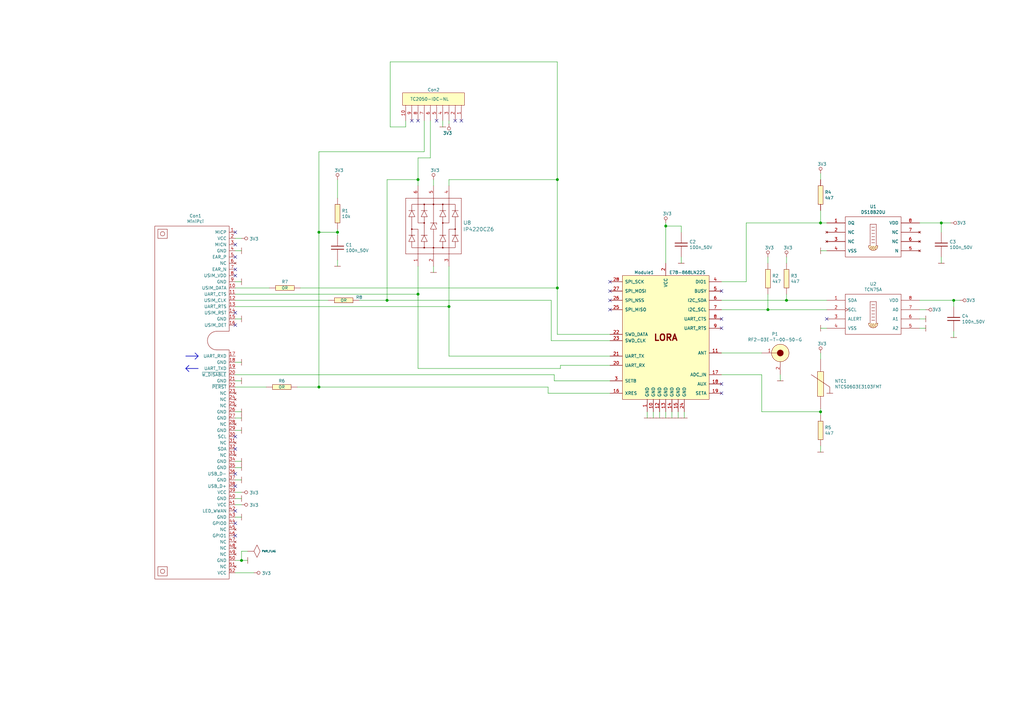
<source format=kicad_sch>
(kicad_sch (version 20210126) (generator eeschema)
  (paper "A3")
  (title_block (title "Lorawan Node based on  E78-868LN22S") (date "2021-01-10") (rev "V1.0") (company "Embedded System Labs"))
  (lib_symbols
    (symbol "Capacitors_Smd0603:100n_50V" (pin_numbers hide) (pin_names (offset 0.254))
      (property "Reference" "C" (at 1.27 2.54 0))
      (property "Value" "Capacitors_Smd0603_100n_50V" (at 1.27 -2.54 0))
      (symbol "100n_50V_0_1"
        (polyline (pts (xy 2.54 -0.635) (xy -2.54 -0.635) (xy -2.54 -0.635)) (stroke (width 0.3048)))
        (polyline (pts (xy 2.54 0.635) (xy -2.54 0.635) (xy -2.54 0.635)) (stroke (width 0.3048)))
      )
      (symbol "100n_50V_1_1"
        (pin passive line (at 0 5.08 270) (length 4.4704) (name "~") (number "1"))
        (pin passive line (at 0 -5.08 90) (length 4.4704) (name "~") (number "2"))
      )
    )
    (symbol "EByte:E78-868LN22S" (pin_names (offset 1.016))
      (property "Reference" "Module" (at 8.89 29.21 0))
      (property "Value" "E78-868LN22S" (at 8.89 26.67 0))
      (symbol "E78-868LN22S_1_1"
        (text "LORA" (at 0 0 0) (effects (font (size 2.5654 2.5654) bold)))
        (rectangle (start 17.78 -25.4) (end -17.78 25.4) (fill (type background)))
        (pin power_in line (at -7.62 -30.48 90) (length 5.08) (name "GND") (number "1"))
        (pin power_in line (at -5.08 -30.48 90) (length 5.08) (name "GND") (number "10"))
        (pin bidirectional line (at 22.86 -6.35 180) (length 5.08) (name "ANT") (number "11"))
        (pin power_in line (at -2.54 -30.48 90) (length 5.08) (name "GND") (number "12"))
        (pin power_in line (at 0 -30.48 90) (length 5.08) (name "GND") (number "13"))
        (pin power_in line (at 2.54 -30.48 90) (length 5.08) (name "GND") (number "14"))
        (pin power_in line (at 5.08 -30.48 90) (length 5.08) (name "GND") (number "15"))
        (pin input line (at -22.86 -22.86 0) (length 5.08) (name "XRES") (number "16"))
        (pin input line (at 22.86 -15.24 180) (length 5.08) (name "ADC_IN") (number "17"))
        (pin bidirectional line (at 22.86 -19.05 180) (length 5.08) (name "AUX") (number "18"))
        (pin bidirectional line (at 22.86 -22.86 180) (length 5.08) (name "SETA") (number "19"))
        (pin power_in line (at 0 30.48 270) (length 5.08) (name "VCC") (number "2"))
        (pin bidirectional line (at -22.86 -11.43 0) (length 5.08) (name "UART_RX") (number "20"))
        (pin bidirectional line (at -22.86 -7.62 0) (length 5.08) (name "UART_TX") (number "21"))
        (pin bidirectional line (at -22.86 1.27 0) (length 5.08) (name "SWD_DATA") (number "22"))
        (pin bidirectional line (at -22.86 -1.27 0) (length 5.08) (name "SWD_CLK") (number "23"))
        (pin power_in line (at 7.62 -30.48 90) (length 5.08) (name "GND") (number "24"))
        (pin bidirectional line (at -22.86 11.43 0) (length 5.08) (name "SPI_MISO") (number "25"))
        (pin bidirectional line (at -22.86 15.24 0) (length 5.08) (name "SPI_NSS") (number "26"))
        (pin bidirectional line (at -22.86 19.05 0) (length 5.08) (name "SPI_MOSI") (number "27"))
        (pin bidirectional line (at -22.86 22.86 0) (length 5.08) (name "SPI_SCK") (number "28"))
        (pin input line (at -22.86 -17.78 0) (length 5.08) (name "SETB") (number "3"))
        (pin bidirectional line (at 22.86 22.86 180) (length 5.08) (name "DIO1") (number "4"))
        (pin bidirectional line (at 22.86 19.05 180) (length 5.08) (name "BUSY") (number "5"))
        (pin bidirectional line (at 22.86 15.24 180) (length 5.08) (name "I2C_SDA") (number "6"))
        (pin bidirectional line (at 22.86 11.43 180) (length 5.08) (name "I2C_SCL") (number "7"))
        (pin bidirectional line (at 22.86 7.62 180) (length 5.08) (name "UART_CTS") (number "8"))
        (pin bidirectional line (at 22.86 3.81 180) (length 5.08) (name "UART_RTS") (number "9"))
      )
    )
    (symbol "Mpcie:MiniPci" (pin_names (offset 1.016))
      (property "Reference" "Con" (at 0 73.66 0))
      (property "Value" "MiniPci" (at 0 76.2 0))
      (symbol "MiniPci_0_1"
        (arc (start -10.16 21.59) (end -10.16 29.21) (radius (at -10.16 25.4) (length 3.81) (angles -89.9 89.9)))
        (circle (center 12.065 -69.215) (radius 0.889))
        (circle (center 12.065 69.215) (radius 0.889))
        (rectangle (start 10.16 -67.31) (end 13.97 -71.12))
        (rectangle (start 10.16 71.12) (end 13.97 67.31))
        (polyline (pts (xy -10.16 29.21) (xy -15.24 29.21) (xy -15.24 72.39) (xy 15.24 72.39) (xy 15.24 -72.39) (xy -15.24 -72.39) (xy -15.24 21.59) (xy -10.16 21.59)))
      )
      (symbol "MiniPci_1_1"
        (pin input line (at -17.78 69.85 0) (length 2.54) (name "MICP") (number "1"))
        (pin bidirectional line (at -17.78 46.99 0) (length 2.54) (name "USIM_DATA") (number "10"))
        (pin output line (at -17.78 44.45 0) (length 2.54) (name "UART_CTS") (number "11"))
        (pin input line (at -17.78 41.91 0) (length 2.54) (name "USIM_CLK") (number "12"))
        (pin input line (at -17.78 39.37 0) (length 2.54) (name "UART_RTS") (number "13"))
        (pin input line (at -17.78 36.83 0) (length 2.54) (name "USIM_RST") (number "14"))
        (pin power_in line (at -17.78 34.29 0) (length 2.54) (name "GND") (number "15"))
        (pin output line (at -17.78 31.75 0) (length 2.54) (name "USIM_DET") (number "16"))
        (pin input line (at -17.78 19.05 0) (length 2.54) (name "UART_RXD") (number "17"))
        (pin power_in line (at -17.78 16.51 0) (length 2.54) (name "GND") (number "18"))
        (pin output line (at -17.78 13.97 0) (length 2.54) (name "UART_TXD") (number "19"))
        (pin power_in line (at -17.78 67.31 0) (length 2.54) (name "VCC") (number "2"))
        (pin bidirectional line (at -17.78 11.43 0) (length 2.54) (name "~W_DISABLE") (number "20"))
        (pin power_in line (at -17.78 8.89 0) (length 2.54) (name "GND") (number "21"))
        (pin output line (at -17.78 6.35 0) (length 2.54) (name "~PERST") (number "22"))
        (pin no_connect line (at -17.78 3.81 0) (length 2.54) (name "NC") (number "23"))
        (pin no_connect line (at -17.78 1.27 0) (length 2.54) (name "NC") (number "24"))
        (pin no_connect line (at -17.78 -1.27 0) (length 2.54) (name "NC") (number "25"))
        (pin power_in line (at -17.78 -3.81 0) (length 2.54) (name "GND") (number "26"))
        (pin power_in line (at -17.78 -6.35 0) (length 2.54) (name "GND") (number "27"))
        (pin no_connect line (at -17.78 -8.89 0) (length 2.54) (name "NC") (number "28"))
        (pin power_in line (at -17.78 -11.43 0) (length 2.54) (name "GND") (number "29"))
        (pin input line (at -17.78 64.77 0) (length 2.54) (name "MICN") (number "3"))
        (pin output line (at -17.78 -13.97 0) (length 2.54) (name "SCL") (number "30"))
        (pin no_connect line (at -17.78 -16.51 0) (length 2.54) (name "NC") (number "31"))
        (pin bidirectional line (at -17.78 -19.05 0) (length 2.54) (name "SDA") (number "32"))
        (pin no_connect line (at -17.78 -21.59 0) (length 2.54) (name "NC") (number "33"))
        (pin power_in line (at -17.78 -24.13 0) (length 2.54) (name "GND") (number "34"))
        (pin power_in line (at -17.78 -26.67 0) (length 2.54) (name "GND") (number "35"))
        (pin bidirectional line (at -17.78 -29.21 0) (length 2.54) (name "USB_D-") (number "36"))
        (pin power_in line (at -17.78 -31.75 0) (length 2.54) (name "GND") (number "37"))
        (pin bidirectional line (at -17.78 -34.29 0) (length 2.54) (name "USB_D+") (number "38"))
        (pin power_in line (at -17.78 -36.83 0) (length 2.54) (name "VCC") (number "39"))
        (pin power_in line (at -17.78 62.23 0) (length 2.54) (name "GND") (number "4"))
        (pin power_in line (at -17.78 -39.37 0) (length 2.54) (name "GND") (number "40"))
        (pin power_in line (at -17.78 -41.91 0) (length 2.54) (name "VCC") (number "41"))
        (pin output line (at -17.78 -44.45 0) (length 2.54) (name "LED_WWAN") (number "42"))
        (pin power_in line (at -17.78 -46.99 0) (length 2.54) (name "GND") (number "43"))
        (pin bidirectional line (at -17.78 -49.53 0) (length 2.54) (name "GPIO0") (number "44"))
        (pin no_connect line (at -17.78 -52.07 0) (length 2.54) (name "NC") (number "45"))
        (pin bidirectional line (at -17.78 -54.61 0) (length 2.54) (name "GPIO1") (number "46"))
        (pin no_connect line (at -17.78 -57.15 0) (length 2.54) (name "NC") (number "47"))
        (pin no_connect line (at -17.78 -59.69 0) (length 2.54) (name "NC") (number "48"))
        (pin no_connect line (at -17.78 -62.23 0) (length 2.54) (name "NC") (number "49"))
        (pin output line (at -17.78 59.69 0) (length 2.54) (name "EAR_P") (number "5"))
        (pin power_in line (at -17.78 -64.77 0) (length 2.54) (name "GND") (number "50"))
        (pin no_connect line (at -17.78 -67.31 0) (length 2.54) (name "NC") (number "51"))
        (pin power_in line (at -17.78 -69.85 0) (length 2.54) (name "VCC") (number "52"))
        (pin no_connect line (at -17.78 57.15 0) (length 2.54) (name "NC") (number "6"))
        (pin output line (at -17.78 54.61 0) (length 2.54) (name "EAR_N") (number "7"))
        (pin power_in line (at -17.78 52.07 0) (length 2.54) (name "USIM_VDD") (number "8"))
        (pin power_in line (at -17.78 49.53 0) (length 2.54) (name "GND") (number "9"))
      )
    )
    (symbol "NTC_Thermistors:NTCS0603E3103FMT" (pin_numbers hide) (pin_names (offset 1.016) hide)
      (property "Reference" "NTC" (at 0 2.54 0))
      (property "Value" "NTCS0603E3103FMT" (at 0 5.08 0))
      (symbol "NTCS0603E3103FMT_1_1"
        (rectangle (start -5.08 1.27) (end 5.08 -1.27) (fill (type background)))
        (polyline (pts (xy -3.81 -2.54) (xy -3.81 -5.08)))
        (polyline (pts (xy -3.81 -3.81) (xy -1.27 -3.81) (xy 3.81 3.81)))
        (pin input line (at -10.16 0 0) (length 5.08) (name "~") (number "1"))
        (pin input line (at 10.16 0 180) (length 5.08) (name "~") (number "2"))
      )
    )
    (symbol "RF_Connectors:RF2-03E-T-00-50-G" (pin_names (offset 0) hide)
      (property "Reference" "P" (at 0 7.62 0))
      (property "Value" "RF2-03E-T-00-50-G" (at 0 5.08 0))
      (symbol "RF2-03E-T-00-50-G_0_1"
        (circle (center 0 0) (radius 1.27) (fill (type outline)))
        (circle (center 0 0) (radius 3.5814) (fill (type background)))
      )
      (symbol "RF2-03E-T-00-50-G_1_1"
        (pin bidirectional line (at 7.62 0 180) (length 6.35) (name "SIGNAL") (number "1"))
        (pin power_in line (at 0 -8.89 90) (length 5.2832) (name "GND") (number "2"))
      )
    )
    (symbol "Resistors_Smd0603:0R" (pin_numbers hide) (pin_names (offset 0))
      (property "Reference" "R" (at 2.032 0 90))
      (property "Value" "0R" (at -2.54 0 90))
      (symbol "0R_0_1"
        (rectangle (start -1.016 3.81) (end 1.016 -3.81) (fill (type background)))
      )
      (symbol "0R_1_1"
        (pin passive line (at 0 6.35 270) (length 2.54) (name "~") (number "1"))
        (pin passive line (at 0 -6.35 90) (length 2.54) (name "~") (number "2"))
      )
    )
    (symbol "Resistors_Smd0603:10k" (pin_numbers hide) (pin_names (offset 0))
      (property "Reference" "R" (at 2.032 0 90))
      (property "Value" "10k" (at -2.54 0 90))
      (symbol "10k_0_1"
        (rectangle (start -1.016 3.81) (end 1.016 -3.81) (fill (type background)))
      )
      (symbol "10k_1_1"
        (pin passive line (at 0 6.35 270) (length 2.54) (name "~") (number "1"))
        (pin passive line (at 0 -6.35 90) (length 2.54) (name "~") (number "2"))
      )
    )
    (symbol "Resistors_Smd0603:4k7" (pin_numbers hide) (pin_names (offset 1.016))
      (property "Reference" "R" (at 2.54 0 90))
      (property "Value" "4k7" (at -2.54 0 90))
      (symbol "4k7_1_1"
        (rectangle (start -1.016 3.81) (end 1.016 -3.81) (fill (type background)))
        (pin passive line (at 0 6.35 270) (length 2.54) (name "~") (number "1"))
        (pin passive line (at 0 -6.35 90) (length 2.54) (name "~") (number "2"))
      )
    )
    (symbol "Tag_Connectors:TC2050-IDC-NL" (pin_names (offset 1.016) hide)
      (property "Reference" "Con" (at 1.27 0 90))
      (property "Value" "TC2050-IDC-NL" (at 3.81 0 90))
      (symbol "TC2050-IDC-NL_1_1"
        (rectangle (start 0 12.7) (end 5.08 -12.7) (fill (type background)))
        (pin passive line (at -6.35 11.43 0) (length 6.35) (name "P1") (number "1"))
        (pin passive line (at -6.35 -11.43 0) (length 6.35) (name "P10") (number "10"))
        (pin passive line (at -6.35 8.89 0) (length 6.35) (name "P2") (number "2"))
        (pin passive line (at -6.35 6.35 0) (length 6.35) (name "P3") (number "3"))
        (pin passive line (at -6.35 3.81 0) (length 6.35) (name "P4") (number "4"))
        (pin passive line (at -6.35 1.27 0) (length 6.35) (name "P5") (number "5"))
        (pin passive line (at -6.35 -1.27 0) (length 6.35) (name "P6") (number "6"))
        (pin passive line (at -6.35 -3.81 0) (length 6.35) (name "P7") (number "7"))
        (pin passive line (at -6.35 -6.35 0) (length 6.35) (name "P8") (number "8"))
        (pin passive line (at -6.35 -8.89 0) (length 6.35) (name "P9") (number "9"))
      )
    )
    (symbol "Temperature_Sensors:DS18B20U" (pin_names (offset 1.016))
      (property "Reference" "U" (at 0 8.89 0))
      (property "Value" "DS18B20U" (at 0 11.43 0))
      (symbol "DS18B20U_0_1"
        (arc (start -1.905 -4.318) (end 0 -6.223) (radius (at 0 -4.318) (length 1.905) (angles 180 -90)) (fill (type background)))
        (arc (start 0 -6.223) (end 1.905 -4.318) (radius (at 0 -4.318) (length 1.905) (angles -90 0)) (fill (type background)))
        (polyline (pts (xy -1.905 -4.318) (xy -1.27 -4.318)))
        (polyline (pts (xy -1.27 -4.953) (xy -0.889 -4.953)))
        (polyline (pts (xy -1.143 -5.334) (xy -0.762 -5.334)))
        (polyline (pts (xy -0.889 -5.715) (xy -0.508 -5.715)))
        (polyline (pts (xy -0.889 -4.572) (xy -0.508 -4.572)))
        (polyline (pts (xy -0.635 -3.048) (xy 0.635 -3.048)))
        (polyline (pts (xy -0.635 -1.778) (xy 0.635 -1.778)))
        (polyline (pts (xy -0.635 -0.508) (xy 0.635 -0.508)))
        (polyline (pts (xy -0.635 0.762) (xy 0.635 0.762)))
        (polyline (pts (xy -0.635 2.032) (xy 0.635 2.032)))
        (polyline (pts (xy -0.635 3.302) (xy 0.635 3.302)))
        (polyline (pts (xy -0.508 -4.953) (xy -0.127 -4.953)))
        (polyline (pts (xy -0.381 -5.334) (xy 0 -5.334)))
        (polyline (pts (xy -0.127 -5.715) (xy 0.254 -5.715)))
        (polyline (pts (xy -0.127 -4.572) (xy 0.254 -4.572)))
        (polyline (pts (xy 0.254 -4.953) (xy 0.635 -4.953)))
        (polyline (pts (xy 0.508 -5.334) (xy 0.889 -5.334)))
        (polyline (pts (xy 0.635 -5.715) (xy 1.016 -5.715)))
        (polyline (pts (xy 0.762 -4.572) (xy 1.143 -4.572)))
        (polyline (pts (xy 1.016 -4.953) (xy 1.397 -4.953)))
        (polyline (pts (xy 1.905 -4.318) (xy 1.27 -4.318)))
        (polyline (pts (xy 1.27 -4.318) (xy 1.27 4.572) (xy -1.27 4.572) (xy -1.27 -4.318)))
      )
      (symbol "DS18B20U_1_1"
        (rectangle (start -11.43 7.62) (end 11.43 -8.89))
        (pin bidirectional line (at -19.05 5.08 0) (length 7.62) (name "DQ") (number "1"))
        (pin no_connect line (at -19.05 1.27 0) (length 7.62) (name "NC") (number "2"))
        (pin no_connect line (at -19.05 -2.54 0) (length 7.62) (name "NC") (number "3"))
        (pin power_in line (at -19.05 -6.35 0) (length 7.62) (name "VSS") (number "4"))
        (pin no_connect line (at 19.05 -6.35 180) (length 7.62) (name "N") (number "5"))
        (pin no_connect line (at 19.05 -2.54 180) (length 7.62) (name "NC") (number "6"))
        (pin no_connect line (at 19.05 1.27 180) (length 7.62) (name "NC") (number "7"))
        (pin power_in line (at 19.05 5.08 180) (length 7.62) (name "VDD") (number "8"))
      )
    )
    (symbol "Temperature_Sensors:TCN75A" (pin_names (offset 1.016))
      (property "Reference" "U" (at 0 8.89 0))
      (property "Value" "TCN75A" (at 0 11.43 0))
      (symbol "TCN75A_0_1"
        (arc (start -1.905 -4.318) (end 0 -6.223) (radius (at 0 -4.318) (length 1.905) (angles 180 -90)) (fill (type background)))
        (arc (start 0 -6.223) (end 1.905 -4.318) (radius (at 0 -4.318) (length 1.905) (angles -90 0)) (fill (type background)))
        (polyline (pts (xy -1.905 -4.318) (xy -1.27 -4.318)))
        (polyline (pts (xy -1.27 -4.953) (xy -0.889 -4.953)))
        (polyline (pts (xy -1.143 -5.334) (xy -0.762 -5.334)))
        (polyline (pts (xy -0.889 -5.715) (xy -0.508 -5.715)))
        (polyline (pts (xy -0.889 -4.572) (xy -0.508 -4.572)))
        (polyline (pts (xy -0.635 -3.048) (xy 0.635 -3.048)))
        (polyline (pts (xy -0.635 -1.778) (xy 0.635 -1.778)))
        (polyline (pts (xy -0.635 -0.508) (xy 0.635 -0.508)))
        (polyline (pts (xy -0.635 0.762) (xy 0.635 0.762)))
        (polyline (pts (xy -0.635 2.032) (xy 0.635 2.032)))
        (polyline (pts (xy -0.635 3.302) (xy 0.635 3.302)))
        (polyline (pts (xy -0.508 -4.953) (xy -0.127 -4.953)))
        (polyline (pts (xy -0.381 -5.334) (xy 0 -5.334)))
        (polyline (pts (xy -0.127 -5.715) (xy 0.254 -5.715)))
        (polyline (pts (xy -0.127 -4.572) (xy 0.254 -4.572)))
        (polyline (pts (xy 0.254 -4.953) (xy 0.635 -4.953)))
        (polyline (pts (xy 0.508 -5.334) (xy 0.889 -5.334)))
        (polyline (pts (xy 0.635 -5.715) (xy 1.016 -5.715)))
        (polyline (pts (xy 0.762 -4.572) (xy 1.143 -4.572)))
        (polyline (pts (xy 1.016 -4.953) (xy 1.397 -4.953)))
        (polyline (pts (xy 1.905 -4.318) (xy 1.27 -4.318)))
        (polyline (pts (xy 1.27 -4.318) (xy 1.27 4.572) (xy -1.27 4.572) (xy -1.27 -4.318)))
      )
      (symbol "TCN75A_1_1"
        (rectangle (start -11.43 7.62) (end 11.43 -8.89))
        (pin bidirectional line (at -19.05 5.08 0) (length 7.62) (name "SDA") (number "1"))
        (pin input clock (at -19.05 1.27 0) (length 7.62) (name "SCL") (number "2"))
        (pin output line (at -19.05 -2.54 0) (length 7.62) (name "ALERT") (number "3"))
        (pin power_in line (at -19.05 -6.35 0) (length 7.62) (name "VSS") (number "4"))
        (pin input line (at 19.05 -6.35 180) (length 7.62) (name "A2") (number "5"))
        (pin input line (at 19.05 -2.54 180) (length 7.62) (name "A1") (number "6"))
        (pin input line (at 19.05 1.27 180) (length 7.62) (name "A0") (number "7"))
        (pin power_in line (at 19.05 5.08 180) (length 7.62) (name "VDD") (number "8"))
      )
    )
    (symbol "esd_protectors:IP4220CZ6" (pin_names (offset 1.016) hide)
      (property "Reference" "U" (at 0 25.4 0))
      (property "Value" "IP4220CZ6" (at 0 22.86 0))
      (symbol "IP4220CZ6_0_1"
        (circle (center -8.89 -1.27) (radius 0.127))
        (circle (center -8.89 -1.27) (radius 0.254))
        (circle (center -3.81 -8.89) (radius 0.127))
        (circle (center -3.81 -8.89) (radius 0.254))
        (circle (center -3.81 1.27) (radius 0.127))
        (circle (center -3.81 1.27) (radius 0.254))
        (circle (center -3.81 8.89) (radius 0.127))
        (circle (center -3.81 8.89) (radius 0.254))
        (circle (center 0 -8.89) (radius 0.127))
        (circle (center 0 -8.89) (radius 0.254))
        (circle (center 0 8.89) (radius 0.127))
        (circle (center 0 8.89) (radius 0.254))
        (circle (center 3.81 -8.89) (radius 0.127))
        (circle (center 3.81 -8.89) (radius 0.254))
        (circle (center 3.81 1.27) (radius 0.127))
        (circle (center 3.81 1.27) (radius 0.254))
        (circle (center 3.81 8.89) (radius 0.127))
        (circle (center 3.81 8.89) (radius 0.254))
        (circle (center 8.89 -1.27) (radius 0.127))
        (circle (center 8.89 -1.27) (radius 0.254))
        (rectangle (start -11.43 11.43) (end 11.43 -11.43))
        (polyline (pts (xy -8.89 3.81) (xy -8.89 -3.81)))
        (polyline (pts (xy -7.62 -3.81) (xy -10.16 -3.81)))
        (polyline (pts (xy -7.62 6.35) (xy -10.16 6.35)))
        (polyline (pts (xy -3.81 -6.35) (xy -3.81 -8.89)))
        (polyline (pts (xy -3.81 -3.81) (xy -3.81 3.81)))
        (polyline (pts (xy -3.81 6.35) (xy -3.81 8.89)))
        (polyline (pts (xy -2.54 -3.81) (xy -5.08 -3.81)))
        (polyline (pts (xy -2.54 6.35) (xy -5.08 6.35)))
        (polyline (pts (xy 0 -8.89) (xy 0 -11.43)))
        (polyline (pts (xy 0 -1.27) (xy 0 -8.89)))
        (polyline (pts (xy 0 1.27) (xy 0 8.89)))
        (polyline (pts (xy 0 8.89) (xy 0 11.43)))
        (polyline (pts (xy 1.27 1.27) (xy -1.27 1.27)))
        (polyline (pts (xy 1.27 1.27) (xy 1.27 0.635)))
        (polyline (pts (xy 3.81 -6.35) (xy 3.81 -8.89)))
        (polyline (pts (xy 3.81 3.81) (xy 3.81 -3.81)))
        (polyline (pts (xy 3.81 6.35) (xy 3.81 8.89)))
        (polyline (pts (xy 5.08 -3.81) (xy 2.54 -3.81)))
        (polyline (pts (xy 5.08 6.35) (xy 2.54 6.35)))
        (polyline (pts (xy 8.89 3.81) (xy 8.89 -3.81)))
        (polyline (pts (xy 10.16 -3.81) (xy 7.62 -3.81)))
        (polyline (pts (xy 10.16 6.35) (xy 7.62 6.35)))
        (polyline (pts (xy -8.89 -1.27) (xy -6.35 -1.27) (xy -6.35 -11.43)))
        (polyline (pts (xy -3.81 1.27) (xy -6.35 1.27) (xy -6.35 11.43)))
        (polyline (pts (xy 3.81 1.27) (xy 6.35 1.27) (xy 6.35 11.43)))
        (polyline (pts (xy 8.89 -1.27) (xy 6.35 -1.27) (xy 6.35 -11.43)))
        (polyline (pts (xy -8.89 -6.35) (xy -8.89 -8.89) (xy 8.89 -8.89) (xy 8.89 -6.35)))
        (polyline (pts (xy -8.89 -3.81) (xy -10.16 -6.35) (xy -7.62 -6.35) (xy -8.89 -3.81)))
        (polyline (pts (xy -8.89 6.35) (xy -10.16 3.81) (xy -7.62 3.81) (xy -8.89 6.35)))
        (polyline (pts (xy -3.81 -3.81) (xy -5.08 -6.35) (xy -2.54 -6.35) (xy -3.81 -3.81)))
        (polyline (pts (xy -3.81 6.35) (xy -5.08 3.81) (xy -2.54 3.81) (xy -3.81 6.35)))
        (polyline (pts (xy 0 1.27) (xy -1.27 -1.27) (xy 1.27 -1.27) (xy 0 1.27)))
        (polyline (pts (xy 3.81 -3.81) (xy 2.54 -6.35) (xy 5.08 -6.35) (xy 3.81 -3.81)))
        (polyline (pts (xy 3.81 6.35) (xy 2.54 3.81) (xy 5.08 3.81) (xy 3.81 6.35)))
        (polyline (pts (xy 8.89 -3.81) (xy 7.62 -6.35) (xy 10.16 -6.35) (xy 8.89 -3.81)))
        (polyline (pts (xy 8.89 6.35) (xy 7.62 3.81) (xy 10.16 3.81) (xy 8.89 6.35)))
        (polyline (pts (xy 8.89 6.35) (xy 8.89 8.89) (xy -8.89 8.89) (xy -8.89 6.35)))
      )
      (symbol "IP4220CZ6_1_1"
        (pin input line (at -6.35 -16.51 90) (length 5.08) (name "I/O1") (number "1"))
        (pin power_in line (at 0 -16.51 90) (length 5.08) (name "GND") (number "2"))
        (pin input line (at 6.35 -16.51 90) (length 5.08) (name "I/O2") (number "3"))
        (pin input line (at 6.35 16.51 270) (length 5.08) (name "I/O3") (number "4"))
        (pin power_in line (at 0 16.51 270) (length 5.08) (name "Vp") (number "5"))
        (pin input line (at -6.35 16.51 270) (length 5.08) (name "I/O4") (number "6"))
      )
    )
    (symbol "power:3V3" (power) (pin_names (offset 0))
      (property "Value" "3V3" (at 0 3.81 0))
      (symbol "3V3_0_0"
        (pin power_in line (at 0 0 90) (length 0) hide (name "3V3") (number "1"))
      )
      (symbol "3V3_0_1"
        (circle (center 0 1.905) (radius 0.635))
        (polyline (pts (xy 0 1.27) (xy 0 0)))
      )
    )
    (symbol "power:GND" (power) (pin_names (offset 0))
      (symbol "GND_0_1"
        (polyline (pts (xy -1.27 0) (xy 1.27 0)))
      )
      (symbol "GND_1_1"
        (pin power_in line (at 0 0 180) (length 0) hide (name "GND") (number "1"))
      )
    )
    (symbol "power:PWR_FLAG" (power) (pin_numbers hide) (pin_names (offset 0) hide)
      (property "Value" "PWR_FLAG" (at 0 5.842 0))
      (symbol "PWR_FLAG_0_0"
        (pin power_out line (at 0 0 90) (length 0) (name "pwr") (number "1"))
      )
      (symbol "PWR_FLAG_0_1"
        (polyline (pts (xy 0 0) (xy 0 2.54) (xy 0 2.54)))
        (polyline (pts (xy 0 2.54) (xy -2.54 3.81) (xy 0 5.08) (xy 2.54 3.81) (xy 0 2.54)))
      )
    )
  )
  (junction (at 99.06 229.87) (diameter 1.016))
  (junction (at 130.81 95.25) (diameter 1.016))
  (junction (at 130.81 158.75) (diameter 1.016))
  (junction (at 138.43 95.25) (diameter 1.016))
  (junction (at 158.75 123.19) (diameter 1.016))
  (junction (at 171.45 73.66) (diameter 1.016))
  (junction (at 171.45 120.65) (diameter 1.016))
  (junction (at 184.15 125.73) (diameter 1.016))
  (junction (at 228.6 73.66) (diameter 1.016))
  (junction (at 228.6 118.11) (diameter 1.016))
  (junction (at 273.05 92.71) (diameter 1.016))
  (junction (at 314.96 127) (diameter 1.016))
  (junction (at 322.58 123.19) (diameter 1.016))
  (junction (at 336.55 91.44) (diameter 1.016))
  (junction (at 336.55 168.91) (diameter 1.016))
  (junction (at 386.08 91.44) (diameter 1.016))
  (junction (at 391.16 123.19) (diameter 1.016))
  (no_connect (at 96.52 95.25))
  (no_connect (at 96.52 100.33))
  (no_connect (at 96.52 105.41))
  (no_connect (at 96.52 110.49))
  (no_connect (at 96.52 113.03))
  (no_connect (at 96.52 128.27))
  (no_connect (at 96.52 133.35))
  (no_connect (at 96.52 179.07))
  (no_connect (at 96.52 184.15))
  (no_connect (at 96.52 194.31))
  (no_connect (at 96.52 199.39))
  (no_connect (at 96.52 209.55))
  (no_connect (at 96.52 214.63))
  (no_connect (at 96.52 219.71))
  (no_connect (at 168.91 49.53))
  (no_connect (at 171.45 49.53))
  (no_connect (at 179.07 49.53))
  (no_connect (at 186.69 49.53))
  (no_connect (at 189.23 49.53))
  (no_connect (at 250.19 115.57))
  (no_connect (at 250.19 119.38))
  (no_connect (at 250.19 123.19))
  (no_connect (at 250.19 127))
  (no_connect (at 295.91 119.38))
  (no_connect (at 295.91 130.81))
  (no_connect (at 295.91 134.62))
  (no_connect (at 295.91 157.48))
  (no_connect (at 295.91 161.29))
  (no_connect (at 339.09 130.81))
  (wire (pts (xy 96.52 120.65) (xy 171.45 120.65)))
  (wire (pts (xy 96.52 125.73) (xy 184.15 125.73)))
  (wire (pts (xy 96.52 158.75) (xy 109.22 158.75)))
  (wire (pts (xy 96.52 168.91) (xy 99.06 168.91)))
  (wire (pts (xy 96.52 234.95) (xy 104.14 234.95)))
  (wire (pts (xy 99.06 97.79) (xy 96.52 97.79)))
  (wire (pts (xy 99.06 102.87) (xy 96.52 102.87)))
  (wire (pts (xy 99.06 115.57) (xy 96.52 115.57)))
  (wire (pts (xy 99.06 130.81) (xy 96.52 130.81)))
  (wire (pts (xy 99.06 148.59) (xy 96.52 148.59)))
  (wire (pts (xy 99.06 156.21) (xy 96.52 156.21)))
  (wire (pts (xy 99.06 171.45) (xy 96.52 171.45)))
  (wire (pts (xy 99.06 176.53) (xy 96.52 176.53)))
  (wire (pts (xy 99.06 189.23) (xy 96.52 189.23)))
  (wire (pts (xy 99.06 191.77) (xy 96.52 191.77)))
  (wire (pts (xy 99.06 196.85) (xy 96.52 196.85)))
  (wire (pts (xy 99.06 201.93) (xy 96.52 201.93)))
  (wire (pts (xy 99.06 204.47) (xy 96.52 204.47)))
  (wire (pts (xy 99.06 207.01) (xy 96.52 207.01)))
  (wire (pts (xy 99.06 212.09) (xy 96.52 212.09)))
  (wire (pts (xy 99.06 226.06) (xy 99.06 229.87)))
  (wire (pts (xy 99.06 229.87) (xy 96.52 229.87)))
  (wire (pts (xy 101.6 226.06) (xy 99.06 226.06)))
  (wire (pts (xy 101.6 229.87) (xy 99.06 229.87)))
  (wire (pts (xy 110.49 118.11) (xy 96.52 118.11)))
  (wire (pts (xy 121.92 158.75) (xy 130.81 158.75)))
  (wire (pts (xy 130.81 62.23) (xy 130.81 95.25)))
  (wire (pts (xy 130.81 95.25) (xy 130.81 158.75)))
  (wire (pts (xy 130.81 158.75) (xy 224.79 158.75)))
  (wire (pts (xy 134.62 123.19) (xy 96.52 123.19)))
  (wire (pts (xy 138.43 73.66) (xy 138.43 81.28)))
  (wire (pts (xy 138.43 93.98) (xy 138.43 95.25)))
  (wire (pts (xy 138.43 95.25) (xy 130.81 95.25)))
  (wire (pts (xy 138.43 95.25) (xy 138.43 96.52)))
  (wire (pts (xy 138.43 106.68) (xy 138.43 109.22)))
  (wire (pts (xy 158.75 73.66) (xy 158.75 123.19)))
  (wire (pts (xy 158.75 123.19) (xy 147.32 123.19)))
  (wire (pts (xy 160.02 25.4) (xy 160.02 52.07)))
  (wire (pts (xy 160.02 52.07) (xy 166.37 52.07)))
  (wire (pts (xy 166.37 52.07) (xy 166.37 49.53)))
  (wire (pts (xy 171.45 64.77) (xy 171.45 73.66)))
  (wire (pts (xy 171.45 73.66) (xy 158.75 73.66)))
  (wire (pts (xy 171.45 76.2) (xy 171.45 73.66)))
  (wire (pts (xy 171.45 109.22) (xy 171.45 120.65)))
  (wire (pts (xy 171.45 120.65) (xy 171.45 151.13)))
  (wire (pts (xy 171.45 151.13) (xy 229.87 151.13)))
  (wire (pts (xy 173.99 49.53) (xy 173.99 62.23)))
  (wire (pts (xy 173.99 62.23) (xy 130.81 62.23)))
  (wire (pts (xy 176.53 49.53) (xy 176.53 64.77)))
  (wire (pts (xy 176.53 64.77) (xy 171.45 64.77)))
  (wire (pts (xy 177.8 73.66) (xy 177.8 76.2)))
  (wire (pts (xy 177.8 109.22) (xy 177.8 111.76)))
  (wire (pts (xy 181.61 49.53) (xy 181.61 52.07)))
  (wire (pts (xy 184.15 49.53) (xy 184.15 50.8)))
  (wire (pts (xy 184.15 73.66) (xy 228.6 73.66)))
  (wire (pts (xy 184.15 76.2) (xy 184.15 73.66)))
  (wire (pts (xy 184.15 109.22) (xy 184.15 125.73)))
  (wire (pts (xy 184.15 125.73) (xy 184.15 146.05)))
  (wire (pts (xy 184.15 146.05) (xy 250.19 146.05)))
  (wire (pts (xy 224.79 158.75) (xy 224.79 161.29)))
  (wire (pts (xy 224.79 161.29) (xy 250.19 161.29)))
  (wire (pts (xy 226.06 123.19) (xy 158.75 123.19)))
  (wire (pts (xy 226.06 139.7) (xy 226.06 123.19)))
  (wire (pts (xy 227.33 153.67) (xy 96.52 153.67)))
  (wire (pts (xy 227.33 156.21) (xy 227.33 153.67)))
  (wire (pts (xy 228.6 25.4) (xy 160.02 25.4)))
  (wire (pts (xy 228.6 25.4) (xy 228.6 73.66)))
  (wire (pts (xy 228.6 73.66) (xy 228.6 118.11)))
  (wire (pts (xy 228.6 118.11) (xy 123.19 118.11)))
  (wire (pts (xy 228.6 137.16) (xy 228.6 118.11)))
  (wire (pts (xy 229.87 149.86) (xy 250.19 149.86)))
  (wire (pts (xy 229.87 151.13) (xy 229.87 149.86)))
  (wire (pts (xy 250.19 137.16) (xy 228.6 137.16)))
  (wire (pts (xy 250.19 139.7) (xy 226.06 139.7)))
  (wire (pts (xy 250.19 156.21) (xy 227.33 156.21)))
  (wire (pts (xy 265.43 168.91) (xy 265.43 171.45)))
  (wire (pts (xy 267.97 168.91) (xy 267.97 171.45)))
  (wire (pts (xy 270.51 168.91) (xy 270.51 171.45)))
  (wire (pts (xy 273.05 91.44) (xy 273.05 92.71)))
  (wire (pts (xy 273.05 92.71) (xy 273.05 107.95)))
  (wire (pts (xy 273.05 168.91) (xy 273.05 171.45)))
  (wire (pts (xy 275.59 168.91) (xy 275.59 171.45)))
  (wire (pts (xy 278.13 168.91) (xy 278.13 171.45)))
  (wire (pts (xy 279.4 92.71) (xy 273.05 92.71)))
  (wire (pts (xy 279.4 95.25) (xy 279.4 92.71)))
  (wire (pts (xy 279.4 105.41) (xy 279.4 107.95)))
  (wire (pts (xy 280.67 168.91) (xy 280.67 171.45)))
  (wire (pts (xy 295.91 123.19) (xy 322.58 123.19)))
  (wire (pts (xy 295.91 127) (xy 314.96 127)))
  (wire (pts (xy 295.91 144.78) (xy 312.42 144.78)))
  (wire (pts (xy 306.07 91.44) (xy 306.07 115.57)))
  (wire (pts (xy 306.07 115.57) (xy 295.91 115.57)))
  (wire (pts (xy 312.42 153.67) (xy 295.91 153.67)))
  (wire (pts (xy 312.42 168.91) (xy 312.42 153.67)))
  (wire (pts (xy 314.96 105.41) (xy 314.96 107.95)))
  (wire (pts (xy 314.96 120.65) (xy 314.96 127)))
  (wire (pts (xy 314.96 127) (xy 339.09 127)))
  (wire (pts (xy 320.04 153.67) (xy 320.04 156.21)))
  (wire (pts (xy 322.58 105.41) (xy 322.58 107.95)))
  (wire (pts (xy 322.58 120.65) (xy 322.58 123.19)))
  (wire (pts (xy 322.58 123.19) (xy 339.09 123.19)))
  (wire (pts (xy 336.55 71.12) (xy 336.55 73.66)))
  (wire (pts (xy 336.55 86.36) (xy 336.55 91.44)))
  (wire (pts (xy 336.55 91.44) (xy 306.07 91.44)))
  (wire (pts (xy 336.55 144.78) (xy 336.55 147.32)))
  (wire (pts (xy 336.55 167.64) (xy 336.55 168.91)))
  (wire (pts (xy 336.55 168.91) (xy 312.42 168.91)))
  (wire (pts (xy 336.55 168.91) (xy 336.55 170.18)))
  (wire (pts (xy 336.55 182.88) (xy 336.55 185.42)))
  (wire (pts (xy 339.09 91.44) (xy 336.55 91.44)))
  (wire (pts (xy 339.09 102.87) (xy 336.55 102.87)))
  (wire (pts (xy 339.09 134.62) (xy 336.55 134.62)))
  (wire (pts (xy 377.19 130.81) (xy 379.73 130.81)))
  (wire (pts (xy 377.19 134.62) (xy 379.73 134.62)))
  (wire (pts (xy 379.73 127) (xy 377.19 127)))
  (wire (pts (xy 386.08 91.44) (xy 377.19 91.44)))
  (wire (pts (xy 386.08 95.25) (xy 386.08 91.44)))
  (wire (pts (xy 386.08 105.41) (xy 386.08 107.95)))
  (wire (pts (xy 389.89 91.44) (xy 386.08 91.44)))
  (wire (pts (xy 391.16 123.19) (xy 377.19 123.19)))
  (wire (pts (xy 391.16 125.73) (xy 391.16 123.19)))
  (wire (pts (xy 391.16 135.89) (xy 391.16 138.43)))
  (wire (pts (xy 393.7 123.19) (xy 391.16 123.19)))
  (polyline (pts (xy 76.2 151.13) (xy 77.47 149.86)) (stroke (width 0.254) (type solid)))
  (polyline (pts (xy 76.2 151.13) (xy 77.47 152.4)) (stroke (width 0.254) (type solid)))
  (polyline (pts (xy 76.2 151.13) (xy 81.28 151.13)) (stroke (width 0.254) (type solid)))
  (polyline (pts (xy 81.28 146.05) (xy 76.2 146.05)) (stroke (width 0.254) (type solid)))
  (polyline (pts (xy 81.28 146.05) (xy 80.01 144.78)) (stroke (width 0.254) (type solid)))
  (polyline (pts (xy 81.28 146.05) (xy 80.01 147.32)) (stroke (width 0.254) (type solid)))
  (symbol (lib_id "power:GND") (at 99.06 102.87 270) (unit 1)
    (property "Reference" "#PWR01" (effects hide))
    (property "Value" "GND" (effects hide))
  )
  (symbol (lib_id "power:GND") (at 99.06 115.57 270) (unit 1)
    (property "Reference" "#PWR02" (effects hide))
    (property "Value" "GND" (effects hide))
  )
  (symbol (lib_id "power:GND") (at 99.06 130.81 270) (unit 1)
    (property "Reference" "#PWR03" (effects hide))
    (property "Value" "GND" (effects hide))
  )
  (symbol (lib_id "power:GND") (at 99.06 148.59 270) (unit 1)
    (property "Reference" "#PWR04" (effects hide))
    (property "Value" "GND" (effects hide))
  )
  (symbol (lib_id "power:GND") (at 99.06 156.21 270) (unit 1)
    (property "Reference" "#PWR05" (effects hide))
    (property "Value" "GND" (effects hide))
  )
  (symbol (lib_id "power:GND") (at 99.06 168.91 270) (unit 1)
    (property "Reference" "#PWR06" (effects hide))
    (property "Value" "GND" (effects hide))
  )
  (symbol (lib_id "power:GND") (at 99.06 171.45 270) (unit 1)
    (property "Reference" "#PWR07" (effects hide))
    (property "Value" "GND" (effects hide))
  )
  (symbol (lib_id "power:GND") (at 99.06 176.53 270) (unit 1)
    (property "Reference" "#PWR08" (effects hide))
    (property "Value" "GND" (effects hide))
  )
  (symbol (lib_id "power:GND") (at 99.06 189.23 270) (unit 1)
    (property "Reference" "#PWR09" (effects hide))
    (property "Value" "GND" (effects hide))
  )
  (symbol (lib_id "power:GND") (at 99.06 191.77 270) (unit 1)
    (property "Reference" "#PWR010" (effects hide))
    (property "Value" "GND" (effects hide))
  )
  (symbol (lib_id "power:GND") (at 99.06 196.85 270) (unit 1)
    (property "Reference" "#PWR011" (effects hide))
    (property "Value" "GND" (effects hide))
  )
  (symbol (lib_id "power:GND") (at 99.06 204.47 270) (unit 1)
    (property "Reference" "#PWR012" (effects hide))
    (property "Value" "GND" (effects hide))
  )
  (symbol (lib_id "power:GND") (at 99.06 212.09 270) (unit 1)
    (property "Reference" "#PWR013" (effects hide))
    (property "Value" "GND" (effects hide))
  )
  (symbol (lib_id "power:GND") (at 101.6 229.87 270) (unit 1)
    (property "Reference" "#PWR014" (effects hide))
    (property "Value" "GND" (effects hide))
  )
  (symbol (lib_id "power:GND") (at 138.43 109.22 0) (unit 1)
    (property "Reference" "#PWR0117" (effects hide))
    (property "Value" "GND" (effects hide))
  )
  (symbol (lib_id "power:GND") (at 177.8 111.76 0) (unit 1)
    (property "Reference" "#PWR027" (effects hide))
    (property "Value" "GND" (effects hide))
  )
  (symbol (lib_id "power:GND") (at 181.61 52.07 0) (unit 1)
    (property "Reference" "#PWR?" (effects hide))
    (property "Value" "GND" (effects hide))
  )
  (symbol (lib_id "power:GND") (at 265.43 171.45 0) (unit 1)
    (property "Reference" "#PWR0105" (effects hide))
    (property "Value" "GND" (effects hide))
  )
  (symbol (lib_id "power:GND") (at 267.97 171.45 0) (unit 1)
    (property "Reference" "#PWR0106" (effects hide))
    (property "Value" "GND" (effects hide))
  )
  (symbol (lib_id "power:GND") (at 270.51 171.45 0) (unit 1)
    (property "Reference" "#PWR0107" (effects hide))
    (property "Value" "GND" (effects hide))
  )
  (symbol (lib_id "power:GND") (at 273.05 171.45 0) (unit 1)
    (property "Reference" "#PWR0108" (effects hide))
    (property "Value" "GND" (effects hide))
  )
  (symbol (lib_id "power:GND") (at 275.59 171.45 0) (unit 1)
    (property "Reference" "#PWR0109" (effects hide))
    (property "Value" "GND" (effects hide))
  )
  (symbol (lib_id "power:GND") (at 278.13 171.45 0) (unit 1)
    (property "Reference" "#PWR0110" (effects hide))
    (property "Value" "GND" (effects hide))
  )
  (symbol (lib_id "power:GND") (at 279.4 107.95 0) (unit 1)
    (property "Reference" "#PWR0113" (effects hide))
    (property "Value" "GND" (effects hide))
  )
  (symbol (lib_id "power:GND") (at 280.67 171.45 0) (unit 1)
    (property "Reference" "#PWR0111" (effects hide))
    (property "Value" "GND" (effects hide))
  )
  (symbol (lib_id "power:GND") (at 320.04 156.21 0) (unit 1)
    (property "Reference" "#PWR0112" (effects hide))
    (property "Value" "GND" (effects hide))
  )
  (symbol (lib_id "power:GND") (at 336.55 102.87 270) (unit 1)
    (property "Reference" "#PWR0127" (effects hide))
    (property "Value" "GND" (effects hide))
  )
  (symbol (lib_id "power:GND") (at 336.55 134.62 270) (unit 1)
    (property "Reference" "#PWR0118" (effects hide))
    (property "Value" "GND" (effects hide))
  )
  (symbol (lib_id "power:GND") (at 336.55 185.42 0) (unit 1)
    (property "Reference" "#PWR0125" (effects hide))
    (property "Value" "GND" (effects hide))
  )
  (symbol (lib_id "power:GND") (at 379.73 130.81 90) (unit 1)
    (property "Reference" "#PWR0121" (effects hide))
    (property "Value" "GND" (effects hide))
  )
  (symbol (lib_id "power:GND") (at 379.73 134.62 90) (unit 1)
    (property "Reference" "#PWR0120" (effects hide))
    (property "Value" "GND" (effects hide))
  )
  (symbol (lib_id "power:GND") (at 386.08 107.95 0) (unit 1)
    (property "Reference" "#PWR0130" (effects hide))
    (property "Value" "GND" (effects hide))
  )
  (symbol (lib_id "power:GND") (at 391.16 138.43 0) (unit 1)
    (property "Reference" "#PWR0131" (effects hide))
    (property "Value" "GND" (effects hide))
  )
  (symbol (lib_id "power:3V3") (at 99.06 97.79 270) (unit 1)
    (property "Reference" "#PWR0101" (effects hide))
    (property "Value" "3V3" (at 102.3112 97.9424 90) (effects (justify left)))
  )
  (symbol (lib_id "power:3V3") (at 99.06 201.93 270) (unit 1)
    (property "Reference" "#PWR0103" (effects hide))
    (property "Value" "3V3" (at 102.3112 202.0824 90) (effects (justify left)))
  )
  (symbol (lib_id "power:3V3") (at 99.06 207.01 270) (unit 1)
    (property "Reference" "#PWR0104" (effects hide))
    (property "Value" "3V3" (at 102.3112 207.1624 90) (effects (justify left)))
  )
  (symbol (lib_id "power:3V3") (at 104.14 234.95 270) (unit 1)
    (property "Reference" "#PWR0102" (effects hide))
    (property "Value" "3V3" (at 107.3912 235.1024 90) (effects (justify left)))
  )
  (symbol (lib_id "power:3V3") (at 138.43 73.66 0) (unit 1)
    (property "Reference" "#PWR0116" (effects hide))
    (property "Value" "3V3" (at 137.16 69.85 0) (effects (justify left)))
  )
  (symbol (lib_id "power:3V3") (at 177.8 73.66 0) (unit 1)
    (property "Reference" "#PWR0115" (effects hide))
    (property "Value" "3V3" (at 176.53 69.85 0) (effects (justify left)))
  )
  (symbol (lib_id "power:3V3") (at 184.15 50.8 180) (unit 1)
    (property "Reference" "#PWR?" (effects hide))
    (property "Value" "3V3" (at 185.42 54.61 0) (effects (justify left)))
  )
  (symbol (lib_id "power:3V3") (at 273.05 91.44 0) (unit 1)
    (property "Reference" "#PWR0114" (effects hide))
    (property "Value" "3V3" (at 271.78 87.63 0) (effects (justify left)))
  )
  (symbol (lib_id "power:3V3") (at 314.96 105.41 0) (unit 1)
    (property "Reference" "#PWR0124" (effects hide))
    (property "Value" "3V3" (at 313.69 101.6 0) (effects (justify left)))
  )
  (symbol (lib_id "power:3V3") (at 322.58 105.41 0) (unit 1)
    (property "Reference" "#PWR0123" (effects hide))
    (property "Value" "3V3" (at 321.31 101.6 0) (effects (justify left)))
  )
  (symbol (lib_id "power:3V3") (at 336.55 71.12 0) (unit 1)
    (property "Reference" "#PWR0129" (effects hide))
    (property "Value" "3V3" (at 335.28 67.31 0) (effects (justify left)))
  )
  (symbol (lib_id "power:3V3") (at 336.55 144.78 0) (unit 1)
    (property "Reference" "#PWR0126" (effects hide))
    (property "Value" "3V3" (at 335.28 140.97 0) (effects (justify left)))
  )
  (symbol (lib_id "power:3V3") (at 379.73 127 270) (unit 1)
    (property "Reference" "#PWR0122" (effects hide))
    (property "Value" "3V3" (at 382.27 127 90) (effects (justify left)))
  )
  (symbol (lib_id "power:3V3") (at 389.89 91.44 270) (unit 1)
    (property "Reference" "#PWR0128" (effects hide))
    (property "Value" "3V3" (at 392.43 91.44 90) (effects (justify left)))
  )
  (symbol (lib_id "power:3V3") (at 393.7 123.19 270) (unit 1)
    (property "Reference" "#PWR0119" (effects hide))
    (property "Value" "3V3" (at 396.24 123.19 90) (effects (justify left)))
  )
  (symbol (lib_id "Resistors_Smd0603:0R") (at 115.57 158.75 270) (unit 1)
    (property "Reference" "R6" (at 115.57 156.21 90))
    (property "Value" "0R" (at 115.57 158.75 90))
    (property "Footprint" "Resistor_Smd_0603:0R_0603" (effects hide))
    (property "Datasheet" "Resistors/Smd_0603/Components_Documentation/Vishay_Resistors_SM0603.pdf" (effects hide))
    (property "Manufacturer" "ROYAL OHM" (effects hide))
    (property "Manufacturer Part Number" "0603SAJ0000T5E" (effects hide))
    (property "Supplier" "TME" (effects hide))
    (property "Supplier Part Number" "SMD0603-0R" (effects hide))
    (property "URL" "https://www.tme.eu/pl/details/smd0603-0r/rezystory-smd-0603/royal-ohm/0603saj0000t5e/" (effects hide))
    (property "Price@1pc" "0,03966" (effects hide))
    (property "Price@1000pcs" "0,00967" (effects hide))
    (property "Developer" "MW" (effects hide))
    (property "Package" "0603" (effects hide))
    (property "LCSC Part #(optional)" "C15402" (effects hide))
  )
  (symbol (lib_id "Resistors_Smd0603:0R") (at 116.84 118.11 270) (unit 1)
    (property "Reference" "R7" (at 116.84 115.57 90))
    (property "Value" "0R" (at 116.84 118.11 90))
    (property "Footprint" "Resistor_Smd_0603:0R_0603" (effects hide))
    (property "Datasheet" "Resistors/Smd_0603/Components_Documentation/Vishay_Resistors_SM0603.pdf" (effects hide))
    (property "Manufacturer" "ROYAL OHM" (effects hide))
    (property "Manufacturer Part Number" "0603SAJ0000T5E" (effects hide))
    (property "Supplier" "TME" (effects hide))
    (property "Supplier Part Number" "SMD0603-0R" (effects hide))
    (property "URL" "https://www.tme.eu/pl/details/smd0603-0r/rezystory-smd-0603/royal-ohm/0603saj0000t5e/" (effects hide))
    (property "Price@1pc" "0,03966" (effects hide))
    (property "Price@1000pcs" "0,00967" (effects hide))
    (property "Developer" "MW" (effects hide))
    (property "Package" "0603" (effects hide))
    (property "LCSC Part #(optional)" "C15402" (effects hide))
  )
  (symbol (lib_id "Resistors_Smd0603:10k") (at 138.43 87.63 0) (unit 1)
    (property "Reference" "R1" (at 140.1572 86.4616 0) (effects (justify left)))
    (property "Value" "10k" (at 140.1572 88.773 0) (effects (justify left)))
    (property "Footprint" "Resistor_Smd_0603:10k_0603" (effects hide))
    (property "Datasheet" "Resistors/Smd_0603/Components_Documentation/Vishay_Resistors_SM0603.pdf" (effects hide))
    (property "Manufacturer" "ROYAL OHM" (effects hide))
    (property "Manufacturer Part Number" "0603SAJ0103T5E" (effects hide))
    (property "Supplier" "TME" (effects hide))
    (property "Supplier Part Number" "SMD0603-10K" (effects hide))
    (property "URL" "https://www.tme.eu/pl/details/smd0603-10k/rezystory-smd-0603/royal-ohm/0603saj0103t5e/" (effects hide))
    (property "Price@1pc" "0,04560" (effects hide))
    (property "Price@1000pcs" "0,01111" (effects hide))
    (property "Developer" "MW" (effects hide))
    (property "Package" "0603" (effects hide))
  )
  (symbol (lib_id "Resistors_Smd0603:0R") (at 140.97 123.19 270) (unit 1)
    (property "Reference" "R8" (at 147.32 121.92 90))
    (property "Value" "0R" (at 140.97 123.19 90))
    (property "Footprint" "Resistor_Smd_0603:0R_0603" (effects hide))
    (property "Datasheet" "Resistors/Smd_0603/Components_Documentation/Vishay_Resistors_SM0603.pdf" (effects hide))
    (property "Manufacturer" "ROYAL OHM" (effects hide))
    (property "Manufacturer Part Number" "0603SAJ0000T5E" (effects hide))
    (property "Supplier" "TME" (effects hide))
    (property "Supplier Part Number" "SMD0603-0R" (effects hide))
    (property "URL" "https://www.tme.eu/pl/details/smd0603-0r/rezystory-smd-0603/royal-ohm/0603saj0000t5e/" (effects hide))
    (property "Price@1pc" "0,03966" (effects hide))
    (property "Price@1000pcs" "0,00967" (effects hide))
    (property "Developer" "MW" (effects hide))
    (property "Package" "0603" (effects hide))
    (property "LCSC Part #(optional)" "C15402" (effects hide))
  )
  (symbol (lib_id "Resistors_Smd0603:4k7") (at 314.96 114.3 0) (unit 1)
    (property "Reference" "R2" (at 316.6872 113.1316 0) (effects (justify left)))
    (property "Value" "4k7" (at 316.6872 115.443 0) (effects (justify left)))
    (property "Footprint" "Resistor_Smd_0603:4k7_0603" (effects hide))
    (property "Datasheet" "Resistors/Smd_0603/Components_Documentation/Vishay_Resistors_SM0603.pdf" (effects hide))
    (property "Manufacturer" "ROYAL OHM" (effects hide))
    (property "Manufacturer Part Number" "0603SAF4701T5E" (effects hide))
    (property "Supplier" "TME" (effects hide))
    (property "Supplier Part Number" "	SMD0603-4K7-1%" (effects hide))
    (property "URL" "https://www.tme.eu/pl/details/smd0603-4k7-1%2525/rezystory-smd-0603/royal-ohm/0603saf4701t5e/" (effects hide))
    (property "Price@1pc" "0,04698" (effects hide))
    (property "Price@1000pcs" "0,01271" (effects hide))
    (property "Package" "0603" (effects hide))
  )
  (symbol (lib_id "Resistors_Smd0603:4k7") (at 322.58 114.3 0) (unit 1)
    (property "Reference" "R3" (at 324.3072 113.1316 0) (effects (justify left)))
    (property "Value" "4k7" (at 324.3072 115.443 0) (effects (justify left)))
    (property "Footprint" "Resistor_Smd_0603:4k7_0603" (effects hide))
    (property "Datasheet" "Resistors/Smd_0603/Components_Documentation/Vishay_Resistors_SM0603.pdf" (effects hide))
    (property "Manufacturer" "ROYAL OHM" (effects hide))
    (property "Manufacturer Part Number" "0603SAF4701T5E" (effects hide))
    (property "Supplier" "TME" (effects hide))
    (property "Supplier Part Number" "	SMD0603-4K7-1%" (effects hide))
    (property "URL" "https://www.tme.eu/pl/details/smd0603-4k7-1%2525/rezystory-smd-0603/royal-ohm/0603saf4701t5e/" (effects hide))
    (property "Price@1pc" "0,04698" (effects hide))
    (property "Price@1000pcs" "0,01271" (effects hide))
    (property "Package" "0603" (effects hide))
  )
  (symbol (lib_id "Resistors_Smd0603:4k7") (at 336.55 80.01 0) (unit 1)
    (property "Reference" "R4" (at 338.2772 78.8416 0) (effects (justify left)))
    (property "Value" "4k7" (at 338.2772 81.153 0) (effects (justify left)))
    (property "Footprint" "Resistor_Smd_0603:4k7_0603" (effects hide))
    (property "Datasheet" "Resistors/Smd_0603/Components_Documentation/Vishay_Resistors_SM0603.pdf" (effects hide))
    (property "Manufacturer" "ROYAL OHM" (effects hide))
    (property "Manufacturer Part Number" "0603SAF4701T5E" (effects hide))
    (property "Supplier" "TME" (effects hide))
    (property "Supplier Part Number" "	SMD0603-4K7-1%" (effects hide))
    (property "URL" "https://www.tme.eu/pl/details/smd0603-4k7-1%2525/rezystory-smd-0603/royal-ohm/0603saf4701t5e/" (effects hide))
    (property "Price@1pc" "0,04698" (effects hide))
    (property "Price@1000pcs" "0,01271" (effects hide))
    (property "Package" "0603" (effects hide))
  )
  (symbol (lib_id "Resistors_Smd0603:4k7") (at 336.55 176.53 0) (unit 1)
    (property "Reference" "R5" (at 338.2772 175.3616 0) (effects (justify left)))
    (property "Value" "4k7" (at 338.2772 177.673 0) (effects (justify left)))
    (property "Footprint" "Resistor_Smd_0603:4k7_0603" (effects hide))
    (property "Datasheet" "Resistors/Smd_0603/Components_Documentation/Vishay_Resistors_SM0603.pdf" (effects hide))
    (property "Manufacturer" "ROYAL OHM" (effects hide))
    (property "Manufacturer Part Number" "0603SAF4701T5E" (effects hide))
    (property "Supplier" "TME" (effects hide))
    (property "Supplier Part Number" "	SMD0603-4K7-1%" (effects hide))
    (property "URL" "https://www.tme.eu/pl/details/smd0603-4k7-1%2525/rezystory-smd-0603/royal-ohm/0603saf4701t5e/" (effects hide))
    (property "Price@1pc" "0,04698" (effects hide))
    (property "Price@1000pcs" "0,01271" (effects hide))
    (property "Package" "0603" (effects hide))
  )
  (symbol (lib_id "power:PWR_FLAG") (at 101.6 226.06 270) (unit 1)
    (property "Reference" "#FLG01" (effects hide))
    (property "Value" "PWR_FLAG" (at 107.3658 226.06 90) (effects (font (size 0.762 0.762)) (justify left)))
  )
  (symbol (lib_id "Capacitors_Smd0603:100n_50V") (at 138.43 101.6 0) (unit 1)
    (property "Reference" "C1" (at 141.7574 100.4316 0) (effects (justify left)))
    (property "Value" "100n_50V" (at 141.7574 102.743 0) (effects (justify left)))
    (property "Footprint" "Capacitors_Smd_0603:100nF_0603" (effects hide))
    (property "Datasheet" "Capacitors/Smd_0603/Components_Documentation/KEM_C1005_Y5V_SMD.pdf" (effects hide))
    (property "Manufacturer" "SAMSUNG" (effects hide))
    (property "Manufacturer Part Number" "CL10B104JB8NNNC" (effects hide))
    (property "Supplier" "TME" (effects hide))
    (property "Supplier Part Number" "CL10B104JB8NNNC" (effects hide))
    (property "URL" "https://www.tme.eu/pl/details/cl10b104jb8nnnc/kondensatory-mlcc-smd-0603/samsung/" (effects hide))
    (property "Price@1pc" "0,04540" (effects hide))
    (property "Price@1000pcs" "0,02231" (effects hide))
    (property "Package" "0603" (effects hide))
  )
  (symbol (lib_id "Capacitors_Smd0603:100n_50V") (at 279.4 100.33 0) (unit 1)
    (property "Reference" "C2" (at 282.7274 99.1616 0) (effects (justify left)))
    (property "Value" "100n_50V" (at 282.7274 101.473 0) (effects (justify left)))
    (property "Footprint" "Capacitors_Smd_0603:100nF_0603" (effects hide))
    (property "Datasheet" "Capacitors/Smd_0603/Components_Documentation/KEM_C1005_Y5V_SMD.pdf" (effects hide))
    (property "Manufacturer" "SAMSUNG" (effects hide))
    (property "Manufacturer Part Number" "CL10B104JB8NNNC" (effects hide))
    (property "Supplier" "TME" (effects hide))
    (property "Supplier Part Number" "CL10B104JB8NNNC" (effects hide))
    (property "URL" "https://www.tme.eu/pl/details/cl10b104jb8nnnc/kondensatory-mlcc-smd-0603/samsung/" (effects hide))
    (property "Price@1pc" "0,04540" (effects hide))
    (property "Price@1000pcs" "0,02231" (effects hide))
    (property "Package" "0603" (effects hide))
  )
  (symbol (lib_id "Capacitors_Smd0603:100n_50V") (at 386.08 100.33 0) (unit 1)
    (property "Reference" "C3" (at 389.4074 99.1616 0) (effects (justify left)))
    (property "Value" "100n_50V" (at 389.4074 101.473 0) (effects (justify left)))
    (property "Footprint" "Capacitors_Smd_0603:100nF_0603" (effects hide))
    (property "Datasheet" "Capacitors/Smd_0603/Components_Documentation/KEM_C1005_Y5V_SMD.pdf" (effects hide))
    (property "Manufacturer" "SAMSUNG" (effects hide))
    (property "Manufacturer Part Number" "CL10B104JB8NNNC" (effects hide))
    (property "Supplier" "TME" (effects hide))
    (property "Supplier Part Number" "CL10B104JB8NNNC" (effects hide))
    (property "URL" "https://www.tme.eu/pl/details/cl10b104jb8nnnc/kondensatory-mlcc-smd-0603/samsung/" (effects hide))
    (property "Price@1pc" "0,04540" (effects hide))
    (property "Price@1000pcs" "0,02231" (effects hide))
    (property "Package" "0603" (effects hide))
  )
  (symbol (lib_id "Capacitors_Smd0603:100n_50V") (at 391.16 130.81 0) (unit 1)
    (property "Reference" "C4" (at 394.4874 129.6416 0) (effects (justify left)))
    (property "Value" "100n_50V" (at 394.4874 131.953 0) (effects (justify left)))
    (property "Footprint" "Capacitors_Smd_0603:100nF_0603" (effects hide))
    (property "Datasheet" "Capacitors/Smd_0603/Components_Documentation/KEM_C1005_Y5V_SMD.pdf" (effects hide))
    (property "Manufacturer" "SAMSUNG" (effects hide))
    (property "Manufacturer Part Number" "CL10B104JB8NNNC" (effects hide))
    (property "Supplier" "TME" (effects hide))
    (property "Supplier Part Number" "CL10B104JB8NNNC" (effects hide))
    (property "URL" "https://www.tme.eu/pl/details/cl10b104jb8nnnc/kondensatory-mlcc-smd-0603/samsung/" (effects hide))
    (property "Price@1pc" "0,04540" (effects hide))
    (property "Price@1000pcs" "0,02231" (effects hide))
    (property "Package" "0603" (effects hide))
  )
  (symbol (lib_id "RF_Connectors:RF2-03E-T-00-50-G") (at 320.04 144.78 0) (mirror y) (unit 1)
    (property "Reference" "P1" (at 317.8302 137.0076 0))
    (property "Value" "RF2-03E-T-00-50-G" (at 317.8302 139.319 0))
    (property "Footprint" "RF_Connectors:RF2-03E-T-00-50-G" (effects hide))
    (property "Datasheet" "Connectors/RF_Connectors/Components_Documentation/RF2-03E-T-00-50-G.pdf" (effects hide))
    (property "Manufacturer" "ADAM TECH" (effects hide))
    (property "Manufacturer Part Number" "RF2-03E-T-00-50-G" (effects hide))
    (property "Supplier" "TME" (effects hide))
    (property "Supplier Part Number" "RF2-03E-T-00-50-G" (effects hide))
    (property "URL" "https://www.tme.eu/pl/details/rf2-03e-t-00-50-g/zlacza-sma-smb-smc/adam-tech/" (effects hide))
    (property "Price@1pc" "5,70" (effects hide))
    (property "Price@1000pcs" "3,62" (effects hide))
    (property "Developer" "WP" (effects hide))
    (property "Package" "RF2-03E-T-00-50-G" (effects hide))
  )
  (symbol (lib_id "NTC_Thermistors:NTCS0603E3103FMT") (at 336.55 157.48 90) (unit 1)
    (property "Reference" "NTC1" (at 342.3412 156.3116 90) (effects (justify right)))
    (property "Value" "NTCS0603E3103FMT" (at 342.3412 158.623 90) (effects (justify right)))
    (property "Footprint" "NTC_Thermistors:NTCS0603E3103FMT" (effects hide))
    (property "Datasheet" "https://datasheet.lcsc.com/szlcsc/1811131630_TDK-NTCG163JF103FT1_C76589.pdf" (effects hide))
    (property "Manufacturer" "TDK/SR PASSIVES" (effects hide))
    (property "Manufacturer Part Number" "NTCG163JF103FT1" (effects hide))
    (property "Supplier" "TME" (effects hide))
    (property "Supplier Part Number" "NTC0603-10K-B1" (effects hide))
    (property "URL" "https://www.tme.eu/pl/details/ntc0603-10k-b1/termistory-ntc-pomiarowe-smd/sr-passives/" (effects hide))
    (property "Price@10pcs" "0,9687" (effects hide))
    (property "Price@1000pcs" "0,4261" (effects hide))
    (property "Developer" "MW" (effects hide))
    (property "Package" "0603" (effects hide))
    (property "LCSC Part # (optional)" "C76589" (effects hide))
  )
  (symbol (lib_id "Tag_Connectors:TC2050-IDC-NL") (at 177.8 43.18 270) (mirror x) (unit 1)
    (property "Reference" "Con2" (at 180.34 36.83 90) (effects (justify right)))
    (property "Value" "TC2050-IDC-NL" (at 184.15 40.64 90) (effects (justify right)))
    (property "Footprint" "Tag_Connectors:TC2050-IDC-NL" (effects hide))
    (property "Datasheet" "C:/Wiktor/KiCad/KiCadWolowik/Schematic/Connectors/Tag_Connectors/Components_Documentation/TC2050-IDC-NL.pdf" (effects hide))
  )
  (symbol (lib_id "Temperature_Sensors:DS18B20U") (at 358.14 96.52 0) (unit 1)
    (property "Reference" "U1" (at 358.14 84.709 0))
    (property "Value" "DS18B20U" (at 358.14 87.0204 0))
    (property "Footprint" "Temperature_Sensors:DS18B20U_MSOP-8_3x3mm_P0.65mm" (effects hide))
    (property "Datasheet" "Temperature_Sensors/Components_Documentation/DS18B20.pdf" (effects hide))
  )
  (symbol (lib_id "Temperature_Sensors:TCN75A") (at 358.14 128.27 0) (unit 1)
    (property "Reference" "U2" (at 358.14 116.459 0))
    (property "Value" "TCN75A" (at 358.14 118.7704 0))
    (property "Footprint" "Temperature_Sensors:TCN75A_SOIC8" (effects hide))
    (property "Datasheet" "Temperature_Sensors/Components_Documentation/TCN75A_21935D.pdf" (effects hide))
  )
  (symbol (lib_id "esd_protectors:IP4220CZ6") (at 177.8 92.71 0) (unit 1)
    (property "Reference" "U8" (at 189.9412 91.3638 0) (effects (font (size 1.524 1.524)) (justify left)))
    (property "Value" "IP4220CZ6" (at 189.9412 94.0562 0) (effects (font (size 1.524 1.524)) (justify left)))
    (property "Footprint" "ESD_Protectors:IP4220CZ6_SOT457" (effects hide))
    (property "Datasheet" "ESD_Protectors/Components_Documentation/IP4220CZ6.pdf" (effects hide))
  )
  (symbol (lib_id "EByte:E78-868LN22S") (at 273.05 138.43 0) (unit 1)
    (property "Reference" "Module1" (at 264.16 111.76 0))
    (property "Value" "E78-868LN22S" (at 281.94 111.76 0))
    (property "Footprint" "EByte:E78-868LN22S" (effects hide))
    (property "Datasheet" "http://www.ebyte.com/en/product-view-news.aspx?id=770" (effects hide))
    (property "Manufacturer" "EByte" (effects hide))
    (property "Manufacturer Part Number" "E78-868LN22S" (effects hide))
    (property "Supplier" "Aliexpress" (effects hide))
    (property "Supplier Part Number" "E78-868LN22S" (effects hide))
    (property "URL" "https://pl.aliexpress.com/item/4000360565940.html?spm=a2g0s.9042311.0.0.57c85c0fisQX5n" (effects hide))
    (property "Price@1pc" "16" (effects hide))
    (property "Price@1000pcs" "10" (effects hide))
    (property "Developer" "MW" (effects hide))
    (property "Package" " 20x14x2.8 mm" (effects hide))
  )
  (symbol (lib_id "Mpcie:MiniPci") (at 78.74 165.1 0) (mirror y) (unit 1)
    (property "Reference" "Con1" (at 80.1624 88.519 0))
    (property "Value" "MiniPci" (at 80.1624 90.8304 0))
    (property "Footprint" "Mpcie:mpcie-full-card" (effects hide))
  )
)
</source>
